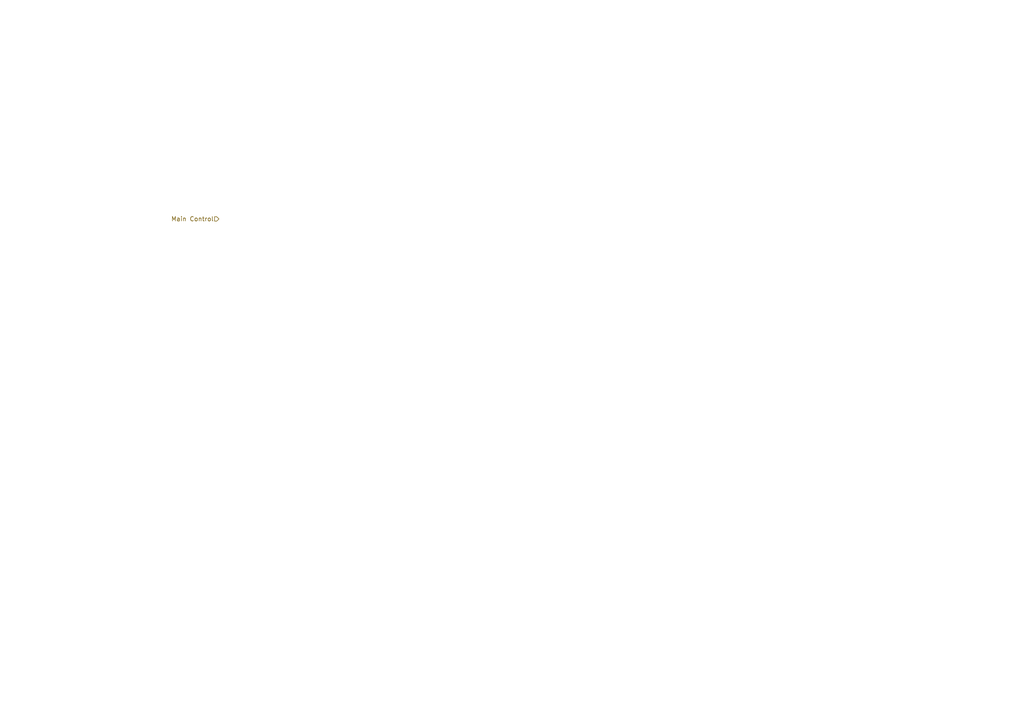
<source format=kicad_sch>
(kicad_sch (version 20211123) (generator eeschema)
  (paper "A4")
  (lib_symbols)
  (hierarchical_label "Main Control" (shape input) (at 63.5 63.5 180))
)
</source>
